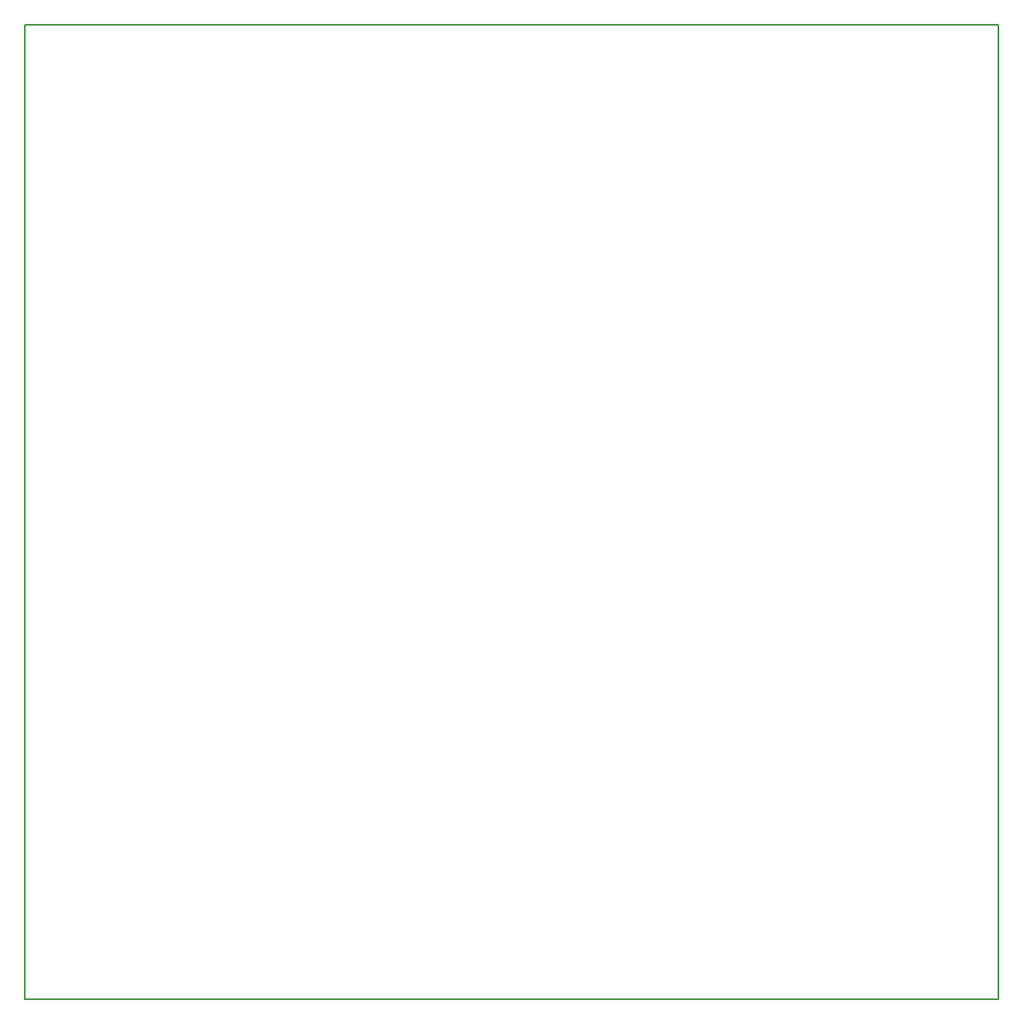
<source format=gko>
G04*
G04 #@! TF.GenerationSoftware,Altium Limited,Altium Designer,20.1.14 (287)*
G04*
G04 Layer_Color=16711935*
%FSLAX25Y25*%
%MOIN*%
G70*
G04*
G04 #@! TF.SameCoordinates,4B9CFB74-A459-40F6-BE70-09C03D0B2D60*
G04*
G04*
G04 #@! TF.FilePolarity,Positive*
G04*
G01*
G75*
%ADD16C,0.00591*%
D16*
X-0Y393102D02*
X0Y0D01*
X393000D01*
X393000Y393102D02*
X393000Y0D01*
X-0Y393102D02*
X393000D01*
M02*

</source>
